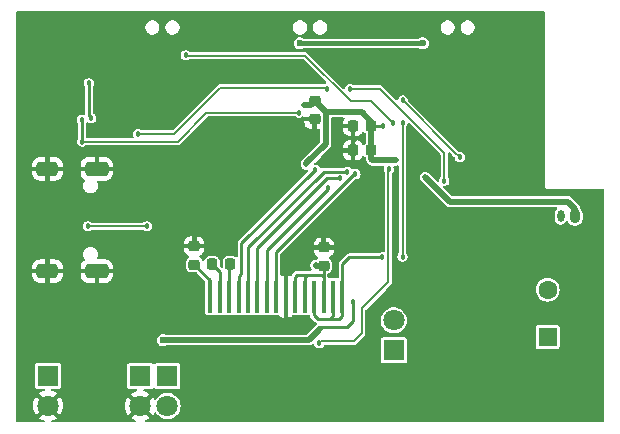
<source format=gbl>
G04 #@! TF.GenerationSoftware,KiCad,Pcbnew,8.0.2*
G04 #@! TF.CreationDate,2024-06-16T15:54:46+08:00*
G04 #@! TF.ProjectId,PerpetualClock,50657270-6574-4756-916c-436c6f636b2e,rev?*
G04 #@! TF.SameCoordinates,Original*
G04 #@! TF.FileFunction,Copper,L2,Bot*
G04 #@! TF.FilePolarity,Positive*
%FSLAX46Y46*%
G04 Gerber Fmt 4.6, Leading zero omitted, Abs format (unit mm)*
G04 Created by KiCad (PCBNEW 8.0.2) date 2024-06-16 15:54:46*
%MOMM*%
%LPD*%
G01*
G04 APERTURE LIST*
G04 Aperture macros list*
%AMRoundRect*
0 Rectangle with rounded corners*
0 $1 Rounding radius*
0 $2 $3 $4 $5 $6 $7 $8 $9 X,Y pos of 4 corners*
0 Add a 4 corners polygon primitive as box body*
4,1,4,$2,$3,$4,$5,$6,$7,$8,$9,$2,$3,0*
0 Add four circle primitives for the rounded corners*
1,1,$1+$1,$2,$3*
1,1,$1+$1,$4,$5*
1,1,$1+$1,$6,$7*
1,1,$1+$1,$8,$9*
0 Add four rect primitives between the rounded corners*
20,1,$1+$1,$2,$3,$4,$5,0*
20,1,$1+$1,$4,$5,$6,$7,0*
20,1,$1+$1,$6,$7,$8,$9,0*
20,1,$1+$1,$8,$9,$2,$3,0*%
G04 Aperture macros list end*
G04 #@! TA.AperFunction,ComponentPad*
%ADD10O,0.900000X1.200000*%
G04 #@! TD*
G04 #@! TA.AperFunction,ComponentPad*
%ADD11O,0.600000X1.000000*%
G04 #@! TD*
G04 #@! TA.AperFunction,SMDPad,CuDef*
%ADD12R,0.400000X2.800000*%
G04 #@! TD*
G04 #@! TA.AperFunction,ComponentPad*
%ADD13R,1.800000X1.800000*%
G04 #@! TD*
G04 #@! TA.AperFunction,ComponentPad*
%ADD14C,1.800000*%
G04 #@! TD*
G04 #@! TA.AperFunction,ComponentPad*
%ADD15R,1.600000X1.600000*%
G04 #@! TD*
G04 #@! TA.AperFunction,ComponentPad*
%ADD16C,1.600000*%
G04 #@! TD*
G04 #@! TA.AperFunction,ComponentPad*
%ADD17RoundRect,0.300000X-0.600000X0.300000X-0.600000X-0.300000X0.600000X-0.300000X0.600000X0.300000X0*%
G04 #@! TD*
G04 #@! TA.AperFunction,ComponentPad*
%ADD18RoundRect,0.300000X-0.700000X0.300000X-0.700000X-0.300000X0.700000X-0.300000X0.700000X0.300000X0*%
G04 #@! TD*
G04 #@! TA.AperFunction,SMDPad,CuDef*
%ADD19RoundRect,0.225000X0.225000X0.250000X-0.225000X0.250000X-0.225000X-0.250000X0.225000X-0.250000X0*%
G04 #@! TD*
G04 #@! TA.AperFunction,SMDPad,CuDef*
%ADD20RoundRect,0.225000X0.250000X-0.225000X0.250000X0.225000X-0.250000X0.225000X-0.250000X-0.225000X0*%
G04 #@! TD*
G04 #@! TA.AperFunction,SMDPad,CuDef*
%ADD21RoundRect,0.225000X-0.250000X0.225000X-0.250000X-0.225000X0.250000X-0.225000X0.250000X0.225000X0*%
G04 #@! TD*
G04 #@! TA.AperFunction,ViaPad*
%ADD22C,0.600000*%
G04 #@! TD*
G04 #@! TA.AperFunction,ViaPad*
%ADD23C,0.457200*%
G04 #@! TD*
G04 #@! TA.AperFunction,Conductor*
%ADD24C,0.200000*%
G04 #@! TD*
G04 #@! TA.AperFunction,Conductor*
%ADD25C,0.508000*%
G04 #@! TD*
G04 #@! TA.AperFunction,Conductor*
%ADD26C,0.381000*%
G04 #@! TD*
G04 #@! TA.AperFunction,Conductor*
%ADD27C,0.254000*%
G04 #@! TD*
G04 APERTURE END LIST*
D10*
X173080000Y-50760000D03*
D11*
X171880000Y-50760000D03*
D12*
X153406500Y-57553500D03*
X152606500Y-57553500D03*
X151806500Y-57553500D03*
X151006500Y-57553500D03*
X150206500Y-57553500D03*
X149406500Y-57553500D03*
X148606500Y-57553500D03*
X147806500Y-57553500D03*
X147006500Y-57553500D03*
X146206500Y-57553500D03*
X145406500Y-57553500D03*
X144606500Y-57553500D03*
X143806500Y-57553500D03*
X143006500Y-57553500D03*
X142206500Y-57553500D03*
D13*
X138587000Y-64280000D03*
D14*
X138587000Y-66820000D03*
X128480000Y-66790000D03*
D13*
X128480000Y-64250000D03*
D15*
X170780000Y-60970000D03*
D16*
X170780000Y-56970000D03*
D13*
X136297000Y-64280000D03*
D14*
X136297000Y-66820000D03*
D17*
X128429530Y-55395960D03*
D18*
X132609520Y-55395960D03*
D17*
X128429530Y-46756000D03*
D18*
X132609520Y-46756000D03*
D13*
X157743000Y-62120000D03*
D14*
X157743000Y-59580000D03*
D19*
X155855000Y-45180000D03*
X154305000Y-45180000D03*
D20*
X151820000Y-54945000D03*
X151820000Y-53395000D03*
D21*
X151040000Y-40995000D03*
X151040000Y-42545000D03*
D19*
X143925000Y-54820000D03*
X142375000Y-54820000D03*
D20*
X140860000Y-54845000D03*
X140860000Y-53295000D03*
D19*
X155855000Y-43130000D03*
X154305000Y-43130000D03*
D22*
X127946000Y-60752000D03*
X126930000Y-60752000D03*
X137344000Y-39416000D03*
X137344000Y-38654000D03*
X130994000Y-40432000D03*
X129724000Y-36368000D03*
X128708000Y-36368000D03*
X133280000Y-39162000D03*
X133280000Y-38146000D03*
X133280000Y-37384000D03*
X155886000Y-46782000D03*
X154362000Y-44242000D03*
X153092000Y-43988000D03*
X153092000Y-43226000D03*
X150044000Y-54402000D03*
X149282000Y-54402000D03*
X150044000Y-53640000D03*
X149282000Y-53640000D03*
X154108000Y-49830000D03*
X154108000Y-50846000D03*
X153346000Y-50846000D03*
X152584000Y-50846000D03*
X153346000Y-49830000D03*
X154108000Y-48814000D03*
X160204000Y-36114000D03*
X149790000Y-36114000D03*
D23*
X151130000Y-54920000D03*
X160410000Y-47440000D03*
X150335000Y-46355000D03*
X157918000Y-46020000D03*
X150150000Y-41320000D03*
X156830000Y-43090000D03*
X155860000Y-45890000D03*
D22*
X138210000Y-61240000D03*
D23*
X154290000Y-57990000D03*
X151460000Y-60340000D03*
X131850000Y-51600000D03*
X136836000Y-51600000D03*
X153830000Y-46980000D03*
X154500000Y-47180000D03*
X152180000Y-48370000D03*
X158520000Y-40950000D03*
X163330000Y-45750000D03*
X158490000Y-54170000D03*
X158490000Y-42850000D03*
X131925000Y-39500000D03*
X132132500Y-42472500D03*
X156740000Y-54240000D03*
X157660000Y-42890000D03*
X140138000Y-37130000D03*
X149740000Y-41980000D03*
X131380000Y-44430000D03*
X131330000Y-42590000D03*
X151100000Y-46830000D03*
X152090000Y-39960000D03*
X136090000Y-43770000D03*
X153180000Y-47550000D03*
X151450000Y-61520000D03*
X157320000Y-46782000D03*
X162020000Y-47750000D03*
X154050000Y-39960000D03*
D24*
X136836000Y-51600000D02*
X131850000Y-51600000D01*
X151620000Y-61350000D02*
X151450000Y-61520000D01*
X154360000Y-61350000D02*
X151620000Y-61350000D01*
X155040000Y-58560000D02*
X155040000Y-60670000D01*
X157300000Y-56300000D02*
X155040000Y-58560000D01*
X157320000Y-46782000D02*
X157300000Y-46802000D01*
X155040000Y-60670000D02*
X154360000Y-61350000D01*
X157300000Y-46802000D02*
X157300000Y-56300000D01*
D25*
X155990000Y-46020000D02*
X155860000Y-45890000D01*
X157918000Y-46020000D02*
X155990000Y-46020000D01*
D26*
X149790000Y-36114000D02*
X160204000Y-36114000D01*
D27*
X151806500Y-54958500D02*
X151820000Y-54945000D01*
D25*
X151805000Y-54960000D02*
X151820000Y-54945000D01*
X172490000Y-49520000D02*
X162490000Y-49520000D01*
X162490000Y-49520000D02*
X160410000Y-47440000D01*
D27*
X149590000Y-55700000D02*
X150430000Y-55700000D01*
D25*
X151975000Y-44645000D02*
X151975000Y-41930000D01*
D27*
X150206500Y-55923500D02*
X150430000Y-55700000D01*
X149406500Y-55883500D02*
X149590000Y-55700000D01*
D25*
X151170000Y-54960000D02*
X151805000Y-54960000D01*
D27*
X151806500Y-55890000D02*
X151806500Y-54958500D01*
D25*
X173080000Y-50110000D02*
X172490000Y-49520000D01*
X155860000Y-45890000D02*
X155860000Y-45195000D01*
D27*
X149406500Y-57553500D02*
X149406500Y-55883500D01*
D25*
X155855000Y-43130000D02*
X155855000Y-45180000D01*
X150335000Y-46285000D02*
X151975000Y-44645000D01*
D27*
X155860000Y-45195000D02*
X155855000Y-45190000D01*
X151806500Y-57553500D02*
X151806500Y-55890000D01*
D25*
X150335000Y-46355000D02*
X150335000Y-46285000D01*
X173080000Y-50760000D02*
X173080000Y-50110000D01*
X151975000Y-41930000D02*
X151040000Y-40995000D01*
D27*
X156790000Y-43130000D02*
X155855000Y-43130000D01*
D25*
X155855000Y-43130000D02*
X155855000Y-42765000D01*
X155855000Y-42765000D02*
X155020000Y-41930000D01*
D27*
X156830000Y-43090000D02*
X156790000Y-43130000D01*
X150430000Y-55700000D02*
X151616500Y-55700000D01*
X151616500Y-55700000D02*
X151806500Y-55890000D01*
D25*
X150715000Y-41320000D02*
X151040000Y-40995000D01*
D27*
X150206500Y-57553500D02*
X150206500Y-55923500D01*
D25*
X151130000Y-54920000D02*
X151170000Y-54960000D01*
X155020000Y-41930000D02*
X151975000Y-41930000D01*
X150150000Y-41320000D02*
X150715000Y-41320000D01*
D27*
X151710000Y-60100000D02*
X153780000Y-60100000D01*
D25*
X151475000Y-60335000D02*
X151470000Y-60340000D01*
X151460000Y-60340000D02*
X151460000Y-60350000D01*
X151460000Y-60350000D02*
X150570000Y-61240000D01*
D27*
X151475000Y-60335000D02*
X151710000Y-60100000D01*
D25*
X151470000Y-60340000D02*
X151460000Y-60340000D01*
D27*
X153780000Y-60100000D02*
X154290000Y-59590000D01*
D25*
X150570000Y-61240000D02*
X138210000Y-61240000D01*
D27*
X154290000Y-59590000D02*
X154290000Y-57990000D01*
X145406500Y-53383500D02*
X145406500Y-57553500D01*
X153830000Y-46980000D02*
X151810000Y-46980000D01*
X151810000Y-46980000D02*
X145406500Y-53383500D01*
X143806500Y-57553500D02*
X143806500Y-54938500D01*
X143806500Y-54938500D02*
X143925000Y-54820000D01*
X143006500Y-55451500D02*
X142375000Y-54820000D01*
X143006500Y-57553500D02*
X143006500Y-55451500D01*
X142206500Y-57553500D02*
X142206500Y-56191500D01*
X142206500Y-56191500D02*
X140860000Y-54845000D01*
X154500000Y-47180000D02*
X154420000Y-47180000D01*
X154420000Y-47180000D02*
X147806500Y-53793500D01*
X147806500Y-53793500D02*
X147806500Y-57553500D01*
X152180000Y-48370000D02*
X152180000Y-48410000D01*
X152180000Y-48410000D02*
X147006500Y-53583500D01*
X147006500Y-53583500D02*
X147006500Y-57553500D01*
D24*
X162860000Y-45290000D02*
X162870000Y-45290000D01*
X162870000Y-45290000D02*
X163330000Y-45750000D01*
X158520000Y-40950000D02*
X162860000Y-45290000D01*
X158490000Y-54170000D02*
X158490000Y-42850000D01*
D27*
X131925000Y-42265000D02*
X132132500Y-42472500D01*
X131925000Y-39500000D02*
X131925000Y-42265000D01*
X153406500Y-57553500D02*
X153406500Y-59163500D01*
X153406500Y-57553500D02*
X153406500Y-54823500D01*
X151300000Y-59440000D02*
X151006500Y-59146500D01*
X153406500Y-54823500D02*
X153990000Y-54240000D01*
X153406500Y-59163500D02*
X153130000Y-59440000D01*
X152606500Y-57553500D02*
X152606500Y-59163500D01*
X152460000Y-59440000D02*
X151300000Y-59440000D01*
X152606500Y-59163500D02*
X152330000Y-59440000D01*
X151006500Y-59146500D02*
X151006500Y-57553500D01*
X153130000Y-59440000D02*
X152460000Y-59440000D01*
X153990000Y-54240000D02*
X156740000Y-54240000D01*
X131330000Y-42590000D02*
X131380000Y-42640000D01*
D24*
X131380000Y-44430000D02*
X139440000Y-44430000D01*
D27*
X131380000Y-42640000D02*
X131380000Y-44430000D01*
D24*
X139440000Y-44430000D02*
X141890000Y-41980000D01*
X141890000Y-41980000D02*
X149740000Y-41980000D01*
D27*
X144606500Y-55853500D02*
X144606500Y-57553500D01*
X151100000Y-46830000D02*
X151070000Y-46830000D01*
X144850000Y-55610000D02*
X144606500Y-55853500D01*
X144850000Y-53050000D02*
X144850000Y-55610000D01*
X151070000Y-46830000D02*
X144850000Y-53050000D01*
D24*
X139140000Y-43770000D02*
X136090000Y-43770000D01*
X152000000Y-39870000D02*
X143040000Y-39870000D01*
X143040000Y-39870000D02*
X139140000Y-43770000D01*
X152090000Y-39960000D02*
X152000000Y-39870000D01*
D27*
X153180000Y-47550000D02*
X152130000Y-47550000D01*
X152130000Y-47550000D02*
X146206500Y-53473500D01*
X146206500Y-53473500D02*
X146206500Y-57553500D01*
D24*
X156570000Y-39960000D02*
X154050000Y-39960000D01*
X162020000Y-45410000D02*
X156570000Y-39960000D01*
X162020000Y-47750000D02*
X162020000Y-45410000D01*
X140138000Y-37130000D02*
X140158000Y-37150000D01*
X150230000Y-37150000D02*
X154110000Y-41030000D01*
X140158000Y-37150000D02*
X150230000Y-37150000D01*
X154110000Y-41030000D02*
X155800000Y-41030000D01*
X155800000Y-41030000D02*
X157660000Y-42890000D01*
G04 #@! TA.AperFunction,Conductor*
G36*
X170517231Y-33440513D02*
G01*
X170553776Y-33490813D01*
X170558700Y-33521900D01*
X170558700Y-48340149D01*
X170574121Y-48377381D01*
X170574122Y-48377382D01*
X170602618Y-48405878D01*
X170639850Y-48421300D01*
X175458100Y-48421300D01*
X175517231Y-48440513D01*
X175553776Y-48490813D01*
X175558700Y-48521900D01*
X175558700Y-68118100D01*
X175539487Y-68177231D01*
X175489187Y-68213776D01*
X175458100Y-68218700D01*
X136782358Y-68218700D01*
X136723227Y-68199487D01*
X136686682Y-68149187D01*
X136686682Y-68087013D01*
X136723227Y-68036713D01*
X136739843Y-68026925D01*
X136939946Y-67933615D01*
X136939951Y-67933612D01*
X137058320Y-67850727D01*
X136565433Y-67357840D01*
X136665408Y-67300119D01*
X136777119Y-67188408D01*
X136834840Y-67088433D01*
X137327727Y-67581320D01*
X137410612Y-67462951D01*
X137410615Y-67462946D01*
X137449878Y-67378747D01*
X137492281Y-67333275D01*
X137553313Y-67321412D01*
X137609662Y-67347688D01*
X137631104Y-67376418D01*
X137644596Y-67403512D01*
X137756215Y-67551320D01*
X137767862Y-67566743D01*
X137919013Y-67704537D01*
X137919017Y-67704540D01*
X137919023Y-67704545D01*
X138092931Y-67812224D01*
X138283664Y-67886114D01*
X138409553Y-67909647D01*
X138484725Y-67923700D01*
X138484727Y-67923700D01*
X138689275Y-67923700D01*
X138752607Y-67911860D01*
X138890336Y-67886114D01*
X139081069Y-67812224D01*
X139254977Y-67704545D01*
X139406138Y-67566743D01*
X139529404Y-67403512D01*
X139620578Y-67220410D01*
X139676555Y-67023673D01*
X139695428Y-66820000D01*
X139676555Y-66616327D01*
X139620578Y-66419590D01*
X139529404Y-66236488D01*
X139406138Y-66073257D01*
X139390145Y-66058677D01*
X139254986Y-65935462D01*
X139254981Y-65935458D01*
X139254977Y-65935455D01*
X139081069Y-65827776D01*
X139081065Y-65827774D01*
X138890337Y-65753886D01*
X138689275Y-65716300D01*
X138689273Y-65716300D01*
X138484727Y-65716300D01*
X138484725Y-65716300D01*
X138283662Y-65753886D01*
X138092934Y-65827774D01*
X138092930Y-65827776D01*
X137985251Y-65894448D01*
X137919023Y-65935455D01*
X137919022Y-65935456D01*
X137919013Y-65935462D01*
X137767862Y-66073256D01*
X137644594Y-66236491D01*
X137644593Y-66236492D01*
X137631106Y-66263579D01*
X137587550Y-66307947D01*
X137526234Y-66318239D01*
X137470578Y-66290526D01*
X137449879Y-66261253D01*
X137410618Y-66177059D01*
X137410613Y-66177051D01*
X137327727Y-66058678D01*
X136834839Y-66551566D01*
X136777119Y-66451592D01*
X136665408Y-66339881D01*
X136565431Y-66282159D01*
X137058320Y-65789271D01*
X136939949Y-65706386D01*
X136939946Y-65706384D01*
X136736799Y-65611655D01*
X136624153Y-65581472D01*
X136572009Y-65547610D01*
X136549728Y-65489565D01*
X136565820Y-65429509D01*
X136614138Y-65390382D01*
X136650190Y-65383700D01*
X137217063Y-65383700D01*
X137217064Y-65383700D01*
X137276480Y-65371881D01*
X137343860Y-65326860D01*
X137358355Y-65305166D01*
X137407180Y-65266675D01*
X137469306Y-65264234D01*
X137521003Y-65298776D01*
X137525639Y-65305158D01*
X137540140Y-65326860D01*
X137607520Y-65371881D01*
X137666936Y-65383700D01*
X137666937Y-65383700D01*
X139507063Y-65383700D01*
X139507064Y-65383700D01*
X139566480Y-65371881D01*
X139633860Y-65326860D01*
X139678881Y-65259480D01*
X139690700Y-65200064D01*
X139690700Y-63359936D01*
X139678881Y-63300520D01*
X139633860Y-63233140D01*
X139566480Y-63188119D01*
X139566479Y-63188118D01*
X139518882Y-63178650D01*
X139507064Y-63176300D01*
X137666936Y-63176300D01*
X137657078Y-63178260D01*
X137607520Y-63188118D01*
X137540139Y-63233141D01*
X137540138Y-63233142D01*
X137525645Y-63254833D01*
X137476818Y-63293324D01*
X137414692Y-63295765D01*
X137362997Y-63261222D01*
X137358355Y-63254833D01*
X137343861Y-63233142D01*
X137343860Y-63233140D01*
X137276480Y-63188119D01*
X137276479Y-63188118D01*
X137228882Y-63178650D01*
X137217064Y-63176300D01*
X135376936Y-63176300D01*
X135367078Y-63178260D01*
X135317520Y-63188118D01*
X135250140Y-63233140D01*
X135205118Y-63300520D01*
X135193300Y-63359936D01*
X135193300Y-65200063D01*
X135205118Y-65259479D01*
X135205119Y-65259480D01*
X135250140Y-65326860D01*
X135317520Y-65371881D01*
X135376936Y-65383700D01*
X135376937Y-65383700D01*
X135943810Y-65383700D01*
X136002941Y-65402913D01*
X136039486Y-65453213D01*
X136039486Y-65515387D01*
X136002941Y-65565687D01*
X135969847Y-65581472D01*
X135857195Y-65611657D01*
X135654059Y-65706381D01*
X135654045Y-65706389D01*
X135535677Y-65789270D01*
X136028566Y-66282159D01*
X135928592Y-66339881D01*
X135816881Y-66451592D01*
X135759159Y-66551566D01*
X135266270Y-66058677D01*
X135183389Y-66177045D01*
X135183381Y-66177059D01*
X135088657Y-66380195D01*
X135030643Y-66596704D01*
X135011107Y-66819998D01*
X135011107Y-66820001D01*
X135030643Y-67043295D01*
X135088655Y-67259799D01*
X135088655Y-67259800D01*
X135183384Y-67462946D01*
X135183386Y-67462949D01*
X135266271Y-67581320D01*
X135759159Y-67088432D01*
X135816881Y-67188408D01*
X135928592Y-67300119D01*
X136028566Y-67357839D01*
X135535677Y-67850728D01*
X135654042Y-67933609D01*
X135654053Y-67933615D01*
X135854157Y-68026925D01*
X135899629Y-68069328D01*
X135911492Y-68130360D01*
X135885216Y-68186709D01*
X135830838Y-68216852D01*
X135811642Y-68218700D01*
X128861553Y-68218700D01*
X128802422Y-68199487D01*
X128765877Y-68149187D01*
X128765877Y-68087013D01*
X128802422Y-68036713D01*
X128835516Y-68020928D01*
X128919799Y-67998344D01*
X128919800Y-67998344D01*
X129122946Y-67903615D01*
X129122951Y-67903612D01*
X129241320Y-67820727D01*
X128748433Y-67327840D01*
X128848408Y-67270119D01*
X128960119Y-67158408D01*
X129017840Y-67058433D01*
X129510727Y-67551320D01*
X129593612Y-67432951D01*
X129593615Y-67432946D01*
X129688344Y-67229800D01*
X129688344Y-67229799D01*
X129746356Y-67013295D01*
X129765893Y-66790001D01*
X129765893Y-66789998D01*
X129746356Y-66566704D01*
X129688342Y-66350195D01*
X129593618Y-66147059D01*
X129593613Y-66147051D01*
X129510727Y-66028678D01*
X129017839Y-66521566D01*
X128960119Y-66421592D01*
X128848408Y-66309881D01*
X128748431Y-66252159D01*
X129241320Y-65759271D01*
X129122949Y-65676386D01*
X129122946Y-65676384D01*
X128919799Y-65581655D01*
X128807153Y-65551472D01*
X128755009Y-65517610D01*
X128732728Y-65459565D01*
X128748820Y-65399509D01*
X128797138Y-65360382D01*
X128833190Y-65353700D01*
X129400063Y-65353700D01*
X129400064Y-65353700D01*
X129459480Y-65341881D01*
X129526860Y-65296860D01*
X129571881Y-65229480D01*
X129583700Y-65170064D01*
X129583700Y-63329936D01*
X129571881Y-63270520D01*
X129526860Y-63203140D01*
X129459480Y-63158119D01*
X129459479Y-63158118D01*
X129411882Y-63148650D01*
X129400064Y-63146300D01*
X127559936Y-63146300D01*
X127550078Y-63148260D01*
X127500520Y-63158118D01*
X127433140Y-63203140D01*
X127388118Y-63270520D01*
X127376300Y-63329936D01*
X127376300Y-65170063D01*
X127388118Y-65229479D01*
X127388119Y-65229480D01*
X127433140Y-65296860D01*
X127500520Y-65341881D01*
X127559936Y-65353700D01*
X127559937Y-65353700D01*
X128126810Y-65353700D01*
X128185941Y-65372913D01*
X128222486Y-65423213D01*
X128222486Y-65485387D01*
X128185941Y-65535687D01*
X128152847Y-65551472D01*
X128040195Y-65581657D01*
X127837059Y-65676381D01*
X127837045Y-65676389D01*
X127718677Y-65759270D01*
X128211566Y-66252159D01*
X128111592Y-66309881D01*
X127999881Y-66421592D01*
X127942159Y-66521566D01*
X127449270Y-66028677D01*
X127366389Y-66147045D01*
X127366381Y-66147059D01*
X127271657Y-66350195D01*
X127213643Y-66566704D01*
X127194107Y-66789998D01*
X127194107Y-66790001D01*
X127213643Y-67013295D01*
X127271655Y-67229799D01*
X127271655Y-67229800D01*
X127366384Y-67432946D01*
X127366386Y-67432949D01*
X127449271Y-67551320D01*
X127942159Y-67058432D01*
X127999881Y-67158408D01*
X128111592Y-67270119D01*
X128211566Y-67327839D01*
X127718677Y-67820728D01*
X127837042Y-67903609D01*
X127837053Y-67903615D01*
X128040200Y-67998344D01*
X128124484Y-68020928D01*
X128176628Y-68054790D01*
X128198909Y-68112835D01*
X128182817Y-68172891D01*
X128134499Y-68212018D01*
X128098447Y-68218700D01*
X125861900Y-68218700D01*
X125802769Y-68199487D01*
X125766224Y-68149187D01*
X125761300Y-68118100D01*
X125761300Y-55040920D01*
X127148530Y-55040920D01*
X127148530Y-55205460D01*
X127927635Y-55205460D01*
X127906789Y-55241566D01*
X127879530Y-55343299D01*
X127879530Y-55448621D01*
X127906789Y-55550354D01*
X127927635Y-55586460D01*
X127148531Y-55586460D01*
X127148531Y-55751010D01*
X127154764Y-55819611D01*
X127154764Y-55819613D01*
X127203964Y-55977504D01*
X127203966Y-55977506D01*
X127289521Y-56119030D01*
X127406459Y-56235968D01*
X127547983Y-56321523D01*
X127547985Y-56321525D01*
X127705869Y-56370723D01*
X127705874Y-56370724D01*
X127774490Y-56376959D01*
X128239030Y-56376959D01*
X128239030Y-55795960D01*
X128620030Y-55795960D01*
X128620030Y-56376959D01*
X129084580Y-56376959D01*
X129153181Y-56370725D01*
X129153183Y-56370725D01*
X129311074Y-56321525D01*
X129311076Y-56321523D01*
X129452600Y-56235968D01*
X129569538Y-56119030D01*
X129655093Y-55977506D01*
X129655095Y-55977504D01*
X129704293Y-55819620D01*
X129704294Y-55819615D01*
X129710530Y-55750999D01*
X129710530Y-55586460D01*
X128931425Y-55586460D01*
X128952271Y-55550354D01*
X128979530Y-55448621D01*
X128979530Y-55343299D01*
X128952271Y-55241566D01*
X128931425Y-55205460D01*
X129710529Y-55205460D01*
X129710529Y-55040920D01*
X131228520Y-55040920D01*
X131228520Y-55205460D01*
X132107625Y-55205460D01*
X132086779Y-55241566D01*
X132059520Y-55343299D01*
X132059520Y-55448621D01*
X132086779Y-55550354D01*
X132107625Y-55586460D01*
X131228521Y-55586460D01*
X131228521Y-55751010D01*
X131234754Y-55819611D01*
X131234754Y-55819613D01*
X131283954Y-55977504D01*
X131283956Y-55977506D01*
X131369511Y-56119030D01*
X131486449Y-56235968D01*
X131627973Y-56321523D01*
X131627975Y-56321525D01*
X131785859Y-56370723D01*
X131785864Y-56370724D01*
X131854480Y-56376959D01*
X132419020Y-56376959D01*
X132419020Y-55795960D01*
X132800020Y-55795960D01*
X132800020Y-56376959D01*
X133364570Y-56376959D01*
X133433171Y-56370725D01*
X133433173Y-56370725D01*
X133591064Y-56321525D01*
X133591066Y-56321523D01*
X133732590Y-56235968D01*
X133849528Y-56119030D01*
X133935083Y-55977506D01*
X133935085Y-55977504D01*
X133984283Y-55819620D01*
X133984284Y-55819615D01*
X133990520Y-55750999D01*
X133990520Y-55586460D01*
X133111415Y-55586460D01*
X133132261Y-55550354D01*
X133159520Y-55448621D01*
X133159520Y-55343299D01*
X133132261Y-55241566D01*
X133111415Y-55205460D01*
X133990519Y-55205460D01*
X133990519Y-55040909D01*
X133984285Y-54972308D01*
X133984285Y-54972306D01*
X133935085Y-54814415D01*
X133935083Y-54814413D01*
X133849528Y-54672889D01*
X133732590Y-54555951D01*
X133591066Y-54470396D01*
X133591064Y-54470394D01*
X133433180Y-54421196D01*
X133433175Y-54421195D01*
X133364560Y-54414960D01*
X132720016Y-54414960D01*
X132660885Y-54395747D01*
X132624340Y-54345447D01*
X132624340Y-54283273D01*
X132632221Y-54267017D01*
X132631499Y-54266631D01*
X132633822Y-54262282D01*
X132633826Y-54262278D01*
X132680978Y-54148443D01*
X132705015Y-54027597D01*
X132705015Y-53904383D01*
X132680978Y-53783537D01*
X132633826Y-53669702D01*
X132565372Y-53567254D01*
X132478246Y-53480128D01*
X132478244Y-53480126D01*
X132418864Y-53440450D01*
X132375798Y-53411674D01*
X132375795Y-53411672D01*
X132375794Y-53411672D01*
X132261964Y-53364522D01*
X132141117Y-53340485D01*
X132017903Y-53340485D01*
X131897055Y-53364522D01*
X131783225Y-53411672D01*
X131680775Y-53480126D01*
X131680774Y-53480128D01*
X131593648Y-53567254D01*
X131593646Y-53567255D01*
X131525192Y-53669705D01*
X131478042Y-53783535D01*
X131454675Y-53901015D01*
X131454005Y-53904383D01*
X131454005Y-54027597D01*
X131458330Y-54049339D01*
X131478042Y-54148444D01*
X131514733Y-54237023D01*
X131525194Y-54262278D01*
X131545752Y-54293045D01*
X131595334Y-54367250D01*
X131612210Y-54427090D01*
X131590691Y-54485421D01*
X131563733Y-54509231D01*
X131486449Y-54555951D01*
X131369511Y-54672889D01*
X131283956Y-54814413D01*
X131283954Y-54814415D01*
X131234756Y-54972299D01*
X131234755Y-54972304D01*
X131228520Y-55040920D01*
X129710529Y-55040920D01*
X129710529Y-55040909D01*
X129704295Y-54972308D01*
X129704295Y-54972306D01*
X129655095Y-54814415D01*
X129655093Y-54814413D01*
X129569538Y-54672889D01*
X129452600Y-54555951D01*
X129311076Y-54470396D01*
X129311074Y-54470394D01*
X129153190Y-54421196D01*
X129153185Y-54421195D01*
X129084570Y-54414960D01*
X128620030Y-54414960D01*
X128620030Y-54995960D01*
X128239030Y-54995960D01*
X128239030Y-54414960D01*
X127774479Y-54414960D01*
X127705878Y-54421194D01*
X127705876Y-54421194D01*
X127547985Y-54470394D01*
X127547983Y-54470396D01*
X127406459Y-54555951D01*
X127289521Y-54672889D01*
X127203966Y-54814413D01*
X127203964Y-54814415D01*
X127154766Y-54972299D01*
X127154765Y-54972304D01*
X127148530Y-55040920D01*
X125761300Y-55040920D01*
X125761300Y-53030279D01*
X140004000Y-53030279D01*
X140004000Y-53104500D01*
X140669500Y-53104500D01*
X141050500Y-53104500D01*
X141715999Y-53104500D01*
X141715999Y-53030288D01*
X141700401Y-52911798D01*
X141639340Y-52764385D01*
X141542203Y-52637796D01*
X141415613Y-52540659D01*
X141415614Y-52540659D01*
X141268198Y-52479597D01*
X141149720Y-52464000D01*
X141050500Y-52464000D01*
X141050500Y-53104500D01*
X140669500Y-53104500D01*
X140669500Y-52464000D01*
X140570288Y-52464000D01*
X140451798Y-52479598D01*
X140304385Y-52540659D01*
X140177796Y-52637796D01*
X140080659Y-52764385D01*
X140019597Y-52911801D01*
X140004000Y-53030279D01*
X125761300Y-53030279D01*
X125761300Y-51599999D01*
X131413255Y-51599999D01*
X131413255Y-51600000D01*
X131430946Y-51723044D01*
X131482586Y-51836121D01*
X131563989Y-51930066D01*
X131563993Y-51930070D01*
X131668570Y-51997277D01*
X131787845Y-52032300D01*
X131787846Y-52032300D01*
X131912154Y-52032300D01*
X131912155Y-52032300D01*
X132031430Y-51997277D01*
X132136007Y-51930070D01*
X132136015Y-51930060D01*
X132138082Y-51928271D01*
X132140197Y-51927377D01*
X132142060Y-51926180D01*
X132142267Y-51926502D01*
X132195353Y-51904069D01*
X132203961Y-51903700D01*
X136482039Y-51903700D01*
X136541170Y-51922913D01*
X136547918Y-51928271D01*
X136549987Y-51930064D01*
X136549993Y-51930070D01*
X136654570Y-51997277D01*
X136773845Y-52032300D01*
X136773846Y-52032300D01*
X136898154Y-52032300D01*
X136898155Y-52032300D01*
X137017430Y-51997277D01*
X137122007Y-51930070D01*
X137203413Y-51836122D01*
X137255054Y-51723045D01*
X137272745Y-51600000D01*
X137255054Y-51476955D01*
X137203413Y-51363878D01*
X137122007Y-51269930D01*
X137122006Y-51269929D01*
X137017430Y-51202723D01*
X137017429Y-51202722D01*
X136933177Y-51177983D01*
X136898155Y-51167700D01*
X136773845Y-51167700D01*
X136746772Y-51175649D01*
X136654570Y-51202722D01*
X136654569Y-51202723D01*
X136549997Y-51269927D01*
X136549995Y-51269928D01*
X136549993Y-51269930D01*
X136549991Y-51269931D01*
X136547918Y-51271729D01*
X136545802Y-51272622D01*
X136543940Y-51273820D01*
X136543732Y-51273497D01*
X136490647Y-51295931D01*
X136482039Y-51296300D01*
X132203961Y-51296300D01*
X132144830Y-51277087D01*
X132138082Y-51271729D01*
X132136011Y-51269935D01*
X132136007Y-51269930D01*
X132031430Y-51202723D01*
X132031429Y-51202722D01*
X131947177Y-51177983D01*
X131912155Y-51167700D01*
X131787845Y-51167700D01*
X131760772Y-51175649D01*
X131668570Y-51202722D01*
X131668569Y-51202723D01*
X131563993Y-51269929D01*
X131563989Y-51269933D01*
X131482586Y-51363878D01*
X131430946Y-51476955D01*
X131413255Y-51599999D01*
X125761300Y-51599999D01*
X125761300Y-46400960D01*
X127148530Y-46400960D01*
X127148530Y-46565500D01*
X127927635Y-46565500D01*
X127906789Y-46601606D01*
X127879530Y-46703339D01*
X127879530Y-46808661D01*
X127906789Y-46910394D01*
X127927635Y-46946500D01*
X127148531Y-46946500D01*
X127148531Y-47111050D01*
X127154764Y-47179651D01*
X127154764Y-47179653D01*
X127203964Y-47337544D01*
X127203966Y-47337546D01*
X127289521Y-47479070D01*
X127406459Y-47596008D01*
X127547983Y-47681563D01*
X127547985Y-47681565D01*
X127705869Y-47730763D01*
X127705874Y-47730764D01*
X127774490Y-47736999D01*
X128239030Y-47736999D01*
X128239030Y-47156000D01*
X128620030Y-47156000D01*
X128620030Y-47736999D01*
X129084580Y-47736999D01*
X129153181Y-47730765D01*
X129153183Y-47730765D01*
X129311074Y-47681565D01*
X129311076Y-47681563D01*
X129452600Y-47596008D01*
X129569538Y-47479070D01*
X129655093Y-47337546D01*
X129655095Y-47337544D01*
X129704293Y-47179660D01*
X129704294Y-47179655D01*
X129710530Y-47111039D01*
X129710530Y-46946500D01*
X128931425Y-46946500D01*
X128952271Y-46910394D01*
X128979530Y-46808661D01*
X128979530Y-46703339D01*
X128952271Y-46601606D01*
X128931425Y-46565500D01*
X129710529Y-46565500D01*
X129710529Y-46400960D01*
X131228520Y-46400960D01*
X131228520Y-46565500D01*
X132107625Y-46565500D01*
X132086779Y-46601606D01*
X132059520Y-46703339D01*
X132059520Y-46808661D01*
X132086779Y-46910394D01*
X132107625Y-46946500D01*
X131228521Y-46946500D01*
X131228521Y-47111050D01*
X131234754Y-47179651D01*
X131234754Y-47179653D01*
X131283954Y-47337544D01*
X131283956Y-47337546D01*
X131369511Y-47479070D01*
X131486448Y-47596007D01*
X131563732Y-47642727D01*
X131604396Y-47689760D01*
X131609648Y-47751712D01*
X131595334Y-47784709D01*
X131525192Y-47889685D01*
X131478042Y-48003515D01*
X131454005Y-48124363D01*
X131454005Y-48247576D01*
X131478042Y-48368424D01*
X131525192Y-48482254D01*
X131525194Y-48482258D01*
X131532402Y-48493045D01*
X131593646Y-48584704D01*
X131593648Y-48584706D01*
X131680774Y-48671832D01*
X131783222Y-48740286D01*
X131897057Y-48787438D01*
X132017903Y-48811475D01*
X132141117Y-48811475D01*
X132261963Y-48787438D01*
X132375798Y-48740286D01*
X132478246Y-48671832D01*
X132565372Y-48584706D01*
X132633826Y-48482258D01*
X132680978Y-48368423D01*
X132705015Y-48247577D01*
X132705015Y-48124363D01*
X132680978Y-48003517D01*
X132633826Y-47889682D01*
X132633825Y-47889681D01*
X132631499Y-47885329D01*
X132633740Y-47884130D01*
X132619491Y-47833698D01*
X132640982Y-47775356D01*
X132692662Y-47740789D01*
X132720015Y-47736999D01*
X133364570Y-47736999D01*
X133433171Y-47730765D01*
X133433173Y-47730765D01*
X133591064Y-47681565D01*
X133591066Y-47681563D01*
X133732590Y-47596008D01*
X133849528Y-47479070D01*
X133935083Y-47337546D01*
X133935085Y-47337544D01*
X133984283Y-47179660D01*
X133984284Y-47179655D01*
X133990520Y-47111039D01*
X133990520Y-46946500D01*
X133111415Y-46946500D01*
X133132261Y-46910394D01*
X133159520Y-46808661D01*
X133159520Y-46703339D01*
X133132261Y-46601606D01*
X133111415Y-46565500D01*
X133990519Y-46565500D01*
X133990519Y-46400949D01*
X133984285Y-46332348D01*
X133984285Y-46332346D01*
X133935085Y-46174455D01*
X133935083Y-46174453D01*
X133849528Y-46032929D01*
X133732590Y-45915991D01*
X133591066Y-45830436D01*
X133591064Y-45830434D01*
X133433180Y-45781236D01*
X133433175Y-45781235D01*
X133364560Y-45775000D01*
X132800020Y-45775000D01*
X132800020Y-46356000D01*
X132419020Y-46356000D01*
X132419020Y-45775000D01*
X131854469Y-45775000D01*
X131785868Y-45781234D01*
X131785866Y-45781234D01*
X131627975Y-45830434D01*
X131627973Y-45830436D01*
X131486449Y-45915991D01*
X131369511Y-46032929D01*
X131283956Y-46174453D01*
X131283954Y-46174455D01*
X131234756Y-46332339D01*
X131234755Y-46332344D01*
X131228520Y-46400960D01*
X129710529Y-46400960D01*
X129710529Y-46400949D01*
X129704295Y-46332348D01*
X129704295Y-46332346D01*
X129655095Y-46174455D01*
X129655093Y-46174453D01*
X129569538Y-46032929D01*
X129452600Y-45915991D01*
X129311076Y-45830436D01*
X129311074Y-45830434D01*
X129153190Y-45781236D01*
X129153185Y-45781235D01*
X129084570Y-45775000D01*
X128620030Y-45775000D01*
X128620030Y-46356000D01*
X128239030Y-46356000D01*
X128239030Y-45775000D01*
X127774479Y-45775000D01*
X127705878Y-45781234D01*
X127705876Y-45781234D01*
X127547985Y-45830434D01*
X127547983Y-45830436D01*
X127406459Y-45915991D01*
X127289521Y-46032929D01*
X127203966Y-46174453D01*
X127203964Y-46174455D01*
X127154766Y-46332339D01*
X127154765Y-46332344D01*
X127148530Y-46400960D01*
X125761300Y-46400960D01*
X125761300Y-42590000D01*
X130893255Y-42590000D01*
X130910946Y-42713045D01*
X130919567Y-42731922D01*
X130962586Y-42826121D01*
X130962587Y-42826122D01*
X131024728Y-42897837D01*
X131048931Y-42955106D01*
X131049300Y-42963715D01*
X131049300Y-44113986D01*
X131030087Y-44173117D01*
X131024729Y-44179864D01*
X131012587Y-44193875D01*
X130960946Y-44306955D01*
X130947474Y-44400659D01*
X130943255Y-44430000D01*
X130960946Y-44553045D01*
X130984529Y-44604685D01*
X131012586Y-44666121D01*
X131093989Y-44760066D01*
X131093993Y-44760070D01*
X131198570Y-44827277D01*
X131317845Y-44862300D01*
X131317846Y-44862300D01*
X131442154Y-44862300D01*
X131442155Y-44862300D01*
X131561430Y-44827277D01*
X131666007Y-44760070D01*
X131666015Y-44760060D01*
X131668082Y-44758271D01*
X131670197Y-44757377D01*
X131672060Y-44756180D01*
X131672267Y-44756502D01*
X131725353Y-44734069D01*
X131733961Y-44733700D01*
X139479982Y-44733700D01*
X139479983Y-44733700D01*
X139508775Y-44725985D01*
X139557219Y-44713006D01*
X139557221Y-44713004D01*
X139557224Y-44713004D01*
X139626476Y-44673021D01*
X141489784Y-42809711D01*
X150184001Y-42809711D01*
X150199598Y-42928201D01*
X150260659Y-43075614D01*
X150357796Y-43202203D01*
X150484386Y-43299340D01*
X150484385Y-43299340D01*
X150631801Y-43360402D01*
X150750279Y-43375999D01*
X150849500Y-43375999D01*
X150849500Y-42735500D01*
X150184001Y-42735500D01*
X150184001Y-42809711D01*
X141489784Y-42809711D01*
X141986331Y-42313164D01*
X142041729Y-42284939D01*
X142057466Y-42283700D01*
X149386039Y-42283700D01*
X149445170Y-42302913D01*
X149451918Y-42308271D01*
X149453987Y-42310064D01*
X149453993Y-42310070D01*
X149558570Y-42377277D01*
X149677845Y-42412300D01*
X149677846Y-42412300D01*
X149802154Y-42412300D01*
X149802155Y-42412300D01*
X149921430Y-42377277D01*
X150026007Y-42310070D01*
X150026009Y-42310066D01*
X150029011Y-42308138D01*
X150089143Y-42292332D01*
X150147081Y-42314889D01*
X150153966Y-42325603D01*
X150154535Y-42325035D01*
X150184000Y-42354500D01*
X151129900Y-42354500D01*
X151189031Y-42373713D01*
X151225576Y-42424013D01*
X151230500Y-42455100D01*
X151230500Y-43375999D01*
X151329719Y-43375999D01*
X151403570Y-43366277D01*
X151464703Y-43377607D01*
X151507500Y-43422707D01*
X151517300Y-43466016D01*
X151517300Y-44413744D01*
X151498087Y-44472875D01*
X151487835Y-44484879D01*
X149968749Y-46003965D01*
X149968748Y-46003967D01*
X149908492Y-46108333D01*
X149908489Y-46108340D01*
X149884824Y-46196663D01*
X149877301Y-46224738D01*
X149877300Y-46224747D01*
X149877300Y-46415259D01*
X149908493Y-46531668D01*
X149937970Y-46582723D01*
X149968749Y-46636034D01*
X150053966Y-46721251D01*
X150053968Y-46721252D01*
X150158331Y-46781506D01*
X150158335Y-46781508D01*
X150274743Y-46812700D01*
X150376749Y-46812700D01*
X150435880Y-46831913D01*
X150472425Y-46882213D01*
X150472425Y-46944387D01*
X150447884Y-46984435D01*
X144585374Y-52846944D01*
X144541834Y-52922356D01*
X144541833Y-52922358D01*
X144519301Y-53006455D01*
X144519300Y-53006463D01*
X144519300Y-54110465D01*
X144500087Y-54169596D01*
X144449787Y-54206141D01*
X144387613Y-54206141D01*
X144358964Y-54191409D01*
X144352582Y-54186699D01*
X144303703Y-54169596D01*
X144230600Y-54144016D01*
X144201636Y-54141300D01*
X143648364Y-54141300D01*
X143619400Y-54144016D01*
X143606746Y-54148444D01*
X143497418Y-54186699D01*
X143393440Y-54263439D01*
X143393439Y-54263440D01*
X143316699Y-54367418D01*
X143300595Y-54413441D01*
X143274016Y-54489400D01*
X143271344Y-54517905D01*
X143271300Y-54518369D01*
X143271300Y-55005750D01*
X143252087Y-55064881D01*
X143201787Y-55101426D01*
X143139613Y-55101426D01*
X143099565Y-55076885D01*
X143058165Y-55035485D01*
X143029939Y-54980087D01*
X143028700Y-54964350D01*
X143028700Y-54518369D01*
X143028700Y-54518364D01*
X143025984Y-54489400D01*
X142983301Y-54367419D01*
X142906560Y-54263440D01*
X142888035Y-54249768D01*
X142802581Y-54186699D01*
X142680600Y-54144016D01*
X142651636Y-54141300D01*
X142098364Y-54141300D01*
X142069400Y-54144016D01*
X142056746Y-54148444D01*
X141947418Y-54186699D01*
X141843440Y-54263439D01*
X141843439Y-54263440D01*
X141766699Y-54367418D01*
X141724015Y-54489403D01*
X141724015Y-54489405D01*
X141723577Y-54494076D01*
X141698926Y-54551154D01*
X141645433Y-54582841D01*
X141583530Y-54577035D01*
X141536863Y-54535952D01*
X141528464Y-54517909D01*
X141493301Y-54417419D01*
X141416560Y-54313440D01*
X141416559Y-54313439D01*
X141330289Y-54249768D01*
X141294122Y-54199196D01*
X141294587Y-54137023D01*
X141331508Y-54086998D01*
X141351531Y-54075883D01*
X141415616Y-54049339D01*
X141542203Y-53952203D01*
X141639340Y-53825614D01*
X141700402Y-53678198D01*
X141716000Y-53559720D01*
X141716000Y-53485500D01*
X140004001Y-53485500D01*
X140004001Y-53559711D01*
X140019598Y-53678201D01*
X140080659Y-53825614D01*
X140177796Y-53952203D01*
X140304384Y-54049339D01*
X140368468Y-54075883D01*
X140415746Y-54116262D01*
X140430261Y-54176718D01*
X140406469Y-54234160D01*
X140389710Y-54249768D01*
X140303441Y-54313438D01*
X140303439Y-54313440D01*
X140226699Y-54417418D01*
X140208089Y-54470604D01*
X140184016Y-54539400D01*
X140181300Y-54568364D01*
X140181300Y-55121636D01*
X140184016Y-55150600D01*
X140219007Y-55250598D01*
X140226699Y-55272581D01*
X140298082Y-55369301D01*
X140303440Y-55376560D01*
X140407419Y-55453301D01*
X140529400Y-55495984D01*
X140558364Y-55498700D01*
X141004350Y-55498700D01*
X141063481Y-55517913D01*
X141075485Y-55528165D01*
X141773335Y-56226015D01*
X141801561Y-56281413D01*
X141802800Y-56297150D01*
X141802800Y-58973563D01*
X141814618Y-59032979D01*
X141814619Y-59032980D01*
X141859640Y-59100360D01*
X141927020Y-59145381D01*
X141986436Y-59157200D01*
X141986437Y-59157200D01*
X142426563Y-59157200D01*
X142426564Y-59157200D01*
X142485980Y-59145381D01*
X142550611Y-59102196D01*
X142610448Y-59085320D01*
X142662387Y-59102195D01*
X142699412Y-59126934D01*
X142727018Y-59145380D01*
X142727020Y-59145381D01*
X142786436Y-59157200D01*
X142786437Y-59157200D01*
X143226563Y-59157200D01*
X143226564Y-59157200D01*
X143285980Y-59145381D01*
X143350611Y-59102196D01*
X143410448Y-59085320D01*
X143462387Y-59102195D01*
X143499412Y-59126934D01*
X143527018Y-59145380D01*
X143527020Y-59145381D01*
X143586436Y-59157200D01*
X143586437Y-59157200D01*
X144026563Y-59157200D01*
X144026564Y-59157200D01*
X144085980Y-59145381D01*
X144150611Y-59102196D01*
X144210448Y-59085320D01*
X144262387Y-59102195D01*
X144299412Y-59126934D01*
X144327018Y-59145380D01*
X144327020Y-59145381D01*
X144386436Y-59157200D01*
X144386437Y-59157200D01*
X144826563Y-59157200D01*
X144826564Y-59157200D01*
X144885980Y-59145381D01*
X144950611Y-59102196D01*
X145010448Y-59085320D01*
X145062387Y-59102195D01*
X145099412Y-59126934D01*
X145127018Y-59145380D01*
X145127020Y-59145381D01*
X145186436Y-59157200D01*
X145186437Y-59157200D01*
X145626563Y-59157200D01*
X145626564Y-59157200D01*
X145685980Y-59145381D01*
X145750611Y-59102196D01*
X145810448Y-59085320D01*
X145862387Y-59102195D01*
X145899412Y-59126934D01*
X145927018Y-59145380D01*
X145927020Y-59145381D01*
X145986436Y-59157200D01*
X145986437Y-59157200D01*
X146426563Y-59157200D01*
X146426564Y-59157200D01*
X146485980Y-59145381D01*
X146550611Y-59102196D01*
X146610448Y-59085320D01*
X146662387Y-59102195D01*
X146699412Y-59126934D01*
X146727018Y-59145380D01*
X146727020Y-59145381D01*
X146786436Y-59157200D01*
X146786437Y-59157200D01*
X147226563Y-59157200D01*
X147226564Y-59157200D01*
X147285980Y-59145381D01*
X147350611Y-59102196D01*
X147410448Y-59085320D01*
X147462387Y-59102195D01*
X147499412Y-59126934D01*
X147527018Y-59145380D01*
X147527020Y-59145381D01*
X147586436Y-59157200D01*
X147586437Y-59157200D01*
X148029716Y-59157200D01*
X148088847Y-59176413D01*
X148100851Y-59186665D01*
X148182049Y-59267864D01*
X148296284Y-59323710D01*
X148296282Y-59323710D01*
X148370341Y-59334500D01*
X148416000Y-59334500D01*
X148416000Y-55772500D01*
X148370341Y-55772500D01*
X148296282Y-55783289D01*
X148281981Y-55790281D01*
X148220419Y-55798989D01*
X148165497Y-55769849D01*
X148138192Y-55713992D01*
X148137200Y-55699902D01*
X148137200Y-53972150D01*
X148156413Y-53913019D01*
X148166665Y-53901015D01*
X148937401Y-53130279D01*
X150964000Y-53130279D01*
X150964000Y-53204500D01*
X151629500Y-53204500D01*
X152010500Y-53204500D01*
X152675999Y-53204500D01*
X152675999Y-53130288D01*
X152660401Y-53011798D01*
X152599340Y-52864385D01*
X152502203Y-52737796D01*
X152375613Y-52640659D01*
X152375614Y-52640659D01*
X152228198Y-52579597D01*
X152109720Y-52564000D01*
X152010500Y-52564000D01*
X152010500Y-53204500D01*
X151629500Y-53204500D01*
X151629500Y-52564000D01*
X151530288Y-52564000D01*
X151411798Y-52579598D01*
X151264385Y-52640659D01*
X151137796Y-52737796D01*
X151040659Y-52864385D01*
X150979597Y-53011801D01*
X150964000Y-53130279D01*
X148937401Y-53130279D01*
X154425915Y-47641765D01*
X154481313Y-47613539D01*
X154497050Y-47612300D01*
X154562154Y-47612300D01*
X154562155Y-47612300D01*
X154681430Y-47577277D01*
X154786007Y-47510070D01*
X154867413Y-47416122D01*
X154919054Y-47303045D01*
X154936745Y-47180000D01*
X154936695Y-47179655D01*
X154926978Y-47112070D01*
X154919054Y-47056955D01*
X154867413Y-46943878D01*
X154833763Y-46905044D01*
X154786010Y-46849933D01*
X154786006Y-46849929D01*
X154681430Y-46782723D01*
X154681429Y-46782722D01*
X154593735Y-46756973D01*
X154562155Y-46747700D01*
X154437845Y-46747700D01*
X154318570Y-46782723D01*
X154311667Y-46784750D01*
X154310838Y-46781928D01*
X154261708Y-46787556D01*
X154207576Y-46756973D01*
X154198019Y-46744578D01*
X154197413Y-46743879D01*
X154197413Y-46743878D01*
X154116007Y-46649930D01*
X154116006Y-46649929D01*
X154011430Y-46582723D01*
X154011429Y-46582722D01*
X153927177Y-46557983D01*
X153892155Y-46547700D01*
X153767845Y-46547700D01*
X153740772Y-46555649D01*
X153648570Y-46582722D01*
X153648569Y-46582723D01*
X153569823Y-46633330D01*
X153515435Y-46649300D01*
X151859715Y-46649300D01*
X151859699Y-46649299D01*
X151853538Y-46649299D01*
X151766463Y-46649299D01*
X151766462Y-46649299D01*
X151766456Y-46649300D01*
X151682359Y-46671832D01*
X151682355Y-46671834D01*
X151636271Y-46698441D01*
X151575455Y-46711367D01*
X151518657Y-46686078D01*
X151494463Y-46653109D01*
X151492723Y-46649300D01*
X151467413Y-46593878D01*
X151457746Y-46582722D01*
X151386010Y-46499933D01*
X151386006Y-46499929D01*
X151281430Y-46432723D01*
X151281429Y-46432722D01*
X151173257Y-46400960D01*
X151162155Y-46397700D01*
X151112455Y-46397700D01*
X151053324Y-46378487D01*
X151016779Y-46328187D01*
X151016779Y-46266013D01*
X151041320Y-46225965D01*
X151549428Y-45717857D01*
X151797574Y-45469711D01*
X153474001Y-45469711D01*
X153489598Y-45588201D01*
X153550659Y-45735614D01*
X153647796Y-45862203D01*
X153774386Y-45959340D01*
X153774385Y-45959340D01*
X153921802Y-46020402D01*
X154040279Y-46035999D01*
X154114499Y-46035998D01*
X154114500Y-46035998D01*
X154114500Y-45370500D01*
X153474001Y-45370500D01*
X153474001Y-45469711D01*
X151797574Y-45469711D01*
X152341251Y-44926035D01*
X152361895Y-44890279D01*
X153474000Y-44890279D01*
X153474000Y-44989500D01*
X154114500Y-44989500D01*
X154114500Y-44324000D01*
X154114499Y-44323999D01*
X154040288Y-44324000D01*
X153921798Y-44339598D01*
X153774385Y-44400659D01*
X153647796Y-44497796D01*
X153550659Y-44624385D01*
X153489597Y-44771801D01*
X153474000Y-44890279D01*
X152361895Y-44890279D01*
X152401508Y-44821666D01*
X152417844Y-44760700D01*
X152432700Y-44705257D01*
X152432700Y-43419711D01*
X153474001Y-43419711D01*
X153489598Y-43538201D01*
X153550659Y-43685614D01*
X153647796Y-43812203D01*
X153774386Y-43909340D01*
X153774385Y-43909340D01*
X153921802Y-43970402D01*
X154040279Y-43985999D01*
X154114499Y-43985998D01*
X154114500Y-43985998D01*
X154114500Y-43320500D01*
X153474001Y-43320500D01*
X153474001Y-43419711D01*
X152432700Y-43419711D01*
X152432700Y-42488300D01*
X152451913Y-42429169D01*
X152502213Y-42392624D01*
X152533300Y-42387700D01*
X153489912Y-42387700D01*
X153549043Y-42406913D01*
X153585588Y-42457213D01*
X153585588Y-42519387D01*
X153569723Y-42549542D01*
X153550659Y-42574385D01*
X153489597Y-42721801D01*
X153474000Y-42840279D01*
X153474000Y-42939500D01*
X154394900Y-42939500D01*
X154454031Y-42958713D01*
X154490576Y-43009013D01*
X154495500Y-43040100D01*
X154495500Y-43985999D01*
X154569712Y-43985999D01*
X154688201Y-43970401D01*
X154835614Y-43909340D01*
X154962203Y-43812203D01*
X155059339Y-43685616D01*
X155085883Y-43621531D01*
X155126261Y-43574253D01*
X155186717Y-43559738D01*
X155244159Y-43583530D01*
X155259768Y-43600289D01*
X155323440Y-43686560D01*
X155356438Y-43710914D01*
X155392606Y-43761485D01*
X155397300Y-43791856D01*
X155397300Y-44518143D01*
X155378087Y-44577274D01*
X155356440Y-44599084D01*
X155323440Y-44623439D01*
X155323437Y-44623442D01*
X155259768Y-44709710D01*
X155209195Y-44745877D01*
X155147023Y-44745412D01*
X155096998Y-44708491D01*
X155085883Y-44688468D01*
X155059339Y-44624384D01*
X154962203Y-44497796D01*
X154835613Y-44400659D01*
X154835614Y-44400659D01*
X154688198Y-44339597D01*
X154569720Y-44324000D01*
X154495500Y-44324000D01*
X154495500Y-46035999D01*
X154569712Y-46035999D01*
X154688201Y-46020401D01*
X154835614Y-45959340D01*
X154962203Y-45862203D01*
X155059339Y-45735616D01*
X155085883Y-45671531D01*
X155126261Y-45624253D01*
X155186717Y-45609738D01*
X155244159Y-45633530D01*
X155259768Y-45650289D01*
X155323439Y-45736559D01*
X155323442Y-45736562D01*
X155341649Y-45749999D01*
X155361437Y-45764603D01*
X155397606Y-45815174D01*
X155402300Y-45845546D01*
X155402300Y-45950260D01*
X155433493Y-46066669D01*
X155457552Y-46108340D01*
X155493749Y-46171035D01*
X155708966Y-46386251D01*
X155813334Y-46446508D01*
X155813335Y-46446508D01*
X155813337Y-46446509D01*
X155929738Y-46477699D01*
X155929740Y-46477699D01*
X155929743Y-46477700D01*
X156827186Y-46477700D01*
X156886317Y-46496913D01*
X156922862Y-46547213D01*
X156922862Y-46609387D01*
X156918695Y-46620091D01*
X156900946Y-46658955D01*
X156883255Y-46781999D01*
X156883255Y-46782000D01*
X156900946Y-46905044D01*
X156952587Y-47018123D01*
X156971727Y-47040211D01*
X156995931Y-47097481D01*
X156996300Y-47106091D01*
X156996300Y-53730320D01*
X156977087Y-53789451D01*
X156926787Y-53825996D01*
X156867358Y-53826845D01*
X156802155Y-53807700D01*
X156677845Y-53807700D01*
X156650772Y-53815649D01*
X156558570Y-53842722D01*
X156558569Y-53842723D01*
X156479823Y-53893330D01*
X156425435Y-53909300D01*
X154039715Y-53909300D01*
X154039699Y-53909299D01*
X154033538Y-53909299D01*
X153946463Y-53909299D01*
X153946458Y-53909299D01*
X153884891Y-53925796D01*
X153884891Y-53925797D01*
X153862354Y-53931836D01*
X153862353Y-53931836D01*
X153862351Y-53931837D01*
X153818817Y-53956972D01*
X153786947Y-53975371D01*
X153786946Y-53975373D01*
X153141874Y-54620444D01*
X153098334Y-54695856D01*
X153098333Y-54695858D01*
X153075801Y-54779955D01*
X153075800Y-54779963D01*
X153075800Y-55900242D01*
X153056587Y-55959373D01*
X153006287Y-55995918D01*
X152944113Y-55995918D01*
X152919311Y-55983889D01*
X152885980Y-55961619D01*
X152874689Y-55959373D01*
X152826564Y-55949800D01*
X152386436Y-55949800D01*
X152375693Y-55951937D01*
X152327018Y-55961619D01*
X152293691Y-55983888D01*
X152233851Y-56000764D01*
X152175520Y-55979245D01*
X152140978Y-55927549D01*
X152137201Y-55900242D01*
X152137201Y-55840303D01*
X152137200Y-55840285D01*
X152137200Y-55672052D01*
X152156413Y-55612921D01*
X152204574Y-55577097D01*
X152272581Y-55553301D01*
X152376560Y-55476560D01*
X152453301Y-55372581D01*
X152495984Y-55250600D01*
X152498700Y-55221636D01*
X152498700Y-54668364D01*
X152495984Y-54639400D01*
X152453301Y-54517419D01*
X152376560Y-54413440D01*
X152376559Y-54413439D01*
X152290289Y-54349768D01*
X152254122Y-54299196D01*
X152254587Y-54237023D01*
X152291508Y-54186998D01*
X152311531Y-54175883D01*
X152375616Y-54149339D01*
X152502203Y-54052203D01*
X152599340Y-53925614D01*
X152660402Y-53778198D01*
X152676000Y-53659720D01*
X152676000Y-53585500D01*
X150964001Y-53585500D01*
X150964001Y-53659711D01*
X150979598Y-53778201D01*
X151040659Y-53925614D01*
X151137796Y-54052203D01*
X151264384Y-54149339D01*
X151328468Y-54175883D01*
X151375746Y-54216262D01*
X151390261Y-54276718D01*
X151366469Y-54334160D01*
X151349710Y-54349768D01*
X151263441Y-54413438D01*
X151263438Y-54413441D01*
X151257535Y-54421440D01*
X151206962Y-54457607D01*
X151176594Y-54462300D01*
X151069739Y-54462300D01*
X150953330Y-54493493D01*
X150848967Y-54553747D01*
X150848966Y-54553748D01*
X150848965Y-54553749D01*
X150763749Y-54638965D01*
X150763748Y-54638966D01*
X150763747Y-54638967D01*
X150703493Y-54743330D01*
X150672300Y-54859739D01*
X150672300Y-54980260D01*
X150703493Y-55096669D01*
X150763750Y-55201036D01*
X150767765Y-55206269D01*
X150765571Y-55207952D01*
X150788505Y-55252963D01*
X150778779Y-55314371D01*
X150734815Y-55358335D01*
X150689144Y-55369300D01*
X150479714Y-55369300D01*
X150479698Y-55369299D01*
X150473537Y-55369299D01*
X150386463Y-55369299D01*
X150380302Y-55369299D01*
X150380286Y-55369300D01*
X149546462Y-55369300D01*
X149546461Y-55369300D01*
X149546455Y-55369301D01*
X149462358Y-55391833D01*
X149462356Y-55391834D01*
X149386944Y-55435374D01*
X149141874Y-55680444D01*
X149095039Y-55761565D01*
X149093325Y-55760575D01*
X149058856Y-55800908D01*
X148998395Y-55815403D01*
X148962137Y-55805494D01*
X148916716Y-55783289D01*
X148916717Y-55783289D01*
X148842659Y-55772500D01*
X148797000Y-55772500D01*
X148797000Y-59334500D01*
X148842659Y-59334500D01*
X148916716Y-59323710D01*
X149030950Y-59267864D01*
X149112150Y-59186665D01*
X149167548Y-59158439D01*
X149183285Y-59157200D01*
X149626563Y-59157200D01*
X149626564Y-59157200D01*
X149685980Y-59145381D01*
X149750611Y-59102196D01*
X149810448Y-59085320D01*
X149862387Y-59102195D01*
X149899412Y-59126934D01*
X149927018Y-59145380D01*
X149927020Y-59145381D01*
X149986436Y-59157200D01*
X149986437Y-59157200D01*
X150426563Y-59157200D01*
X150426564Y-59157200D01*
X150485980Y-59145381D01*
X150520534Y-59122292D01*
X150580374Y-59105416D01*
X150638705Y-59126934D01*
X150673248Y-59178630D01*
X150674919Y-59186753D01*
X150698333Y-59274141D01*
X150698334Y-59274143D01*
X150741874Y-59349555D01*
X150809176Y-59416857D01*
X150809182Y-59416862D01*
X151031856Y-59639536D01*
X151031861Y-59639542D01*
X151096946Y-59704627D01*
X151119496Y-59717646D01*
X151172354Y-59748164D01*
X151194886Y-59754200D01*
X151194890Y-59754203D01*
X151194891Y-59754202D01*
X151208400Y-59757822D01*
X151209147Y-59758022D01*
X151261290Y-59791885D01*
X151283571Y-59849930D01*
X151267479Y-59909985D01*
X151233410Y-59942316D01*
X151178966Y-59973749D01*
X151093749Y-60058965D01*
X151086709Y-60071158D01*
X151070725Y-60091987D01*
X150409879Y-60752835D01*
X150354481Y-60781061D01*
X150338744Y-60782300D01*
X138453550Y-60782300D01*
X138425208Y-60778225D01*
X138282421Y-60736300D01*
X138137579Y-60736300D01*
X138137578Y-60736300D01*
X137998605Y-60777105D01*
X137998603Y-60777106D01*
X137876758Y-60855411D01*
X137876754Y-60855414D01*
X137781901Y-60964881D01*
X137721733Y-61096632D01*
X137701120Y-61239999D01*
X137701120Y-61240000D01*
X137721733Y-61383367D01*
X137781901Y-61515118D01*
X137781902Y-61515119D01*
X137781903Y-61515121D01*
X137876754Y-61624586D01*
X137998604Y-61702894D01*
X138137579Y-61743700D01*
X138137580Y-61743700D01*
X138282420Y-61743700D01*
X138282421Y-61743700D01*
X138393639Y-61711043D01*
X138425208Y-61701775D01*
X138453550Y-61697700D01*
X150630258Y-61697700D01*
X150746666Y-61666508D01*
X150851035Y-61606251D01*
X150861865Y-61595420D01*
X150917260Y-61567193D01*
X150978670Y-61576917D01*
X151022635Y-61620880D01*
X151029524Y-61638206D01*
X151030943Y-61643039D01*
X151082586Y-61756121D01*
X151163989Y-61850066D01*
X151163993Y-61850070D01*
X151268570Y-61917277D01*
X151387845Y-61952300D01*
X151387846Y-61952300D01*
X151512154Y-61952300D01*
X151512155Y-61952300D01*
X151631430Y-61917277D01*
X151736007Y-61850070D01*
X151817413Y-61756122D01*
X151837331Y-61712507D01*
X151879373Y-61666702D01*
X151928840Y-61653700D01*
X154399982Y-61653700D01*
X154399983Y-61653700D01*
X154428775Y-61645985D01*
X154477219Y-61633006D01*
X154477221Y-61633004D01*
X154477224Y-61633004D01*
X154546476Y-61593021D01*
X154939559Y-61199936D01*
X156639300Y-61199936D01*
X156639300Y-63040063D01*
X156651118Y-63099479D01*
X156651119Y-63099480D01*
X156696140Y-63166860D01*
X156763520Y-63211881D01*
X156822936Y-63223700D01*
X156822937Y-63223700D01*
X158663063Y-63223700D01*
X158663064Y-63223700D01*
X158722480Y-63211881D01*
X158789860Y-63166860D01*
X158834881Y-63099480D01*
X158846700Y-63040064D01*
X158846700Y-61199936D01*
X158834881Y-61140520D01*
X158789860Y-61073140D01*
X158722480Y-61028119D01*
X158722479Y-61028118D01*
X158674882Y-61018650D01*
X158663064Y-61016300D01*
X156822936Y-61016300D01*
X156813078Y-61018260D01*
X156763520Y-61028118D01*
X156696140Y-61073140D01*
X156651118Y-61140520D01*
X156639300Y-61199936D01*
X154939559Y-61199936D01*
X155218193Y-60921301D01*
X155218197Y-60921299D01*
X155226474Y-60913021D01*
X155226476Y-60913021D01*
X155283021Y-60856476D01*
X155323004Y-60787224D01*
X155323004Y-60787221D01*
X155323006Y-60787219D01*
X155343698Y-60709989D01*
X155343700Y-60709981D01*
X155343700Y-59580000D01*
X156634572Y-59580000D01*
X156653444Y-59783668D01*
X156653444Y-59783669D01*
X156653444Y-59783672D01*
X156653445Y-59783673D01*
X156656116Y-59793059D01*
X156709422Y-59980411D01*
X156709423Y-59980413D01*
X156800593Y-60163507D01*
X156800594Y-60163508D01*
X156800596Y-60163512D01*
X156905974Y-60303055D01*
X156923862Y-60326743D01*
X157075013Y-60464537D01*
X157075017Y-60464540D01*
X157075023Y-60464545D01*
X157248931Y-60572224D01*
X157439664Y-60646114D01*
X157565553Y-60669647D01*
X157640725Y-60683700D01*
X157640727Y-60683700D01*
X157845275Y-60683700D01*
X157908607Y-60671860D01*
X158046336Y-60646114D01*
X158237069Y-60572224D01*
X158410977Y-60464545D01*
X158562138Y-60326743D01*
X158685404Y-60163512D01*
X158692164Y-60149936D01*
X169776300Y-60149936D01*
X169776300Y-61790063D01*
X169788118Y-61849479D01*
X169788513Y-61850070D01*
X169833140Y-61916860D01*
X169900520Y-61961881D01*
X169959936Y-61973700D01*
X169959937Y-61973700D01*
X171600063Y-61973700D01*
X171600064Y-61973700D01*
X171659480Y-61961881D01*
X171726860Y-61916860D01*
X171771881Y-61849480D01*
X171783700Y-61790064D01*
X171783700Y-60149936D01*
X171771881Y-60090520D01*
X171726860Y-60023140D01*
X171681838Y-59993057D01*
X171659479Y-59978118D01*
X171611882Y-59968650D01*
X171600064Y-59966300D01*
X169959936Y-59966300D01*
X169950078Y-59968260D01*
X169900520Y-59978118D01*
X169833140Y-60023140D01*
X169788118Y-60090520D01*
X169776300Y-60149936D01*
X158692164Y-60149936D01*
X158776578Y-59980410D01*
X158832555Y-59783673D01*
X158851428Y-59580000D01*
X158832555Y-59376327D01*
X158776578Y-59179590D01*
X158685404Y-58996488D01*
X158562138Y-58833257D01*
X158562137Y-58833256D01*
X158410986Y-58695462D01*
X158410981Y-58695458D01*
X158410977Y-58695455D01*
X158237069Y-58587776D01*
X158237065Y-58587774D01*
X158046337Y-58513886D01*
X157845275Y-58476300D01*
X157845273Y-58476300D01*
X157640727Y-58476300D01*
X157640725Y-58476300D01*
X157439662Y-58513886D01*
X157248934Y-58587774D01*
X157248930Y-58587776D01*
X157141251Y-58654448D01*
X157075023Y-58695455D01*
X157075022Y-58695456D01*
X157075013Y-58695462D01*
X156923862Y-58833256D01*
X156832658Y-58954030D01*
X156803862Y-58992164D01*
X156800594Y-58996491D01*
X156800593Y-58996492D01*
X156709423Y-59179586D01*
X156709422Y-59179588D01*
X156653444Y-59376330D01*
X156653444Y-59376331D01*
X156634572Y-59580000D01*
X155343700Y-59580000D01*
X155343700Y-58727467D01*
X155362913Y-58668336D01*
X155373165Y-58656332D01*
X157059497Y-56970000D01*
X169771444Y-56970000D01*
X169790823Y-57166763D01*
X169848214Y-57355955D01*
X169848216Y-57355961D01*
X169941411Y-57530317D01*
X169941416Y-57530324D01*
X170066843Y-57683157D01*
X170153017Y-57753878D01*
X170219675Y-57808583D01*
X170219682Y-57808588D01*
X170394038Y-57901783D01*
X170394044Y-57901785D01*
X170583236Y-57959176D01*
X170583237Y-57959176D01*
X170583240Y-57959177D01*
X170780000Y-57978556D01*
X170976760Y-57959177D01*
X171165958Y-57901784D01*
X171165961Y-57901783D01*
X171340317Y-57808588D01*
X171340318Y-57808586D01*
X171340324Y-57808584D01*
X171493157Y-57683157D01*
X171618584Y-57530324D01*
X171618588Y-57530317D01*
X171711783Y-57355961D01*
X171711785Y-57355955D01*
X171769176Y-57166763D01*
X171769175Y-57166763D01*
X171769177Y-57166760D01*
X171788556Y-56970000D01*
X171769177Y-56773240D01*
X171711784Y-56584042D01*
X171711783Y-56584038D01*
X171618588Y-56409682D01*
X171618583Y-56409675D01*
X171493157Y-56256843D01*
X171340324Y-56131416D01*
X171340317Y-56131411D01*
X171165961Y-56038216D01*
X171165955Y-56038214D01*
X170976763Y-55980823D01*
X170780000Y-55961444D01*
X170583236Y-55980823D01*
X170394044Y-56038214D01*
X170394038Y-56038216D01*
X170219682Y-56131411D01*
X170219675Y-56131416D01*
X170066843Y-56256843D01*
X169941416Y-56409675D01*
X169941411Y-56409682D01*
X169848216Y-56584038D01*
X169848214Y-56584044D01*
X169790823Y-56773236D01*
X169771444Y-56970000D01*
X157059497Y-56970000D01*
X157543021Y-56486476D01*
X157543022Y-56486474D01*
X157583003Y-56417225D01*
X157583004Y-56417224D01*
X157583004Y-56417221D01*
X157583006Y-56417219D01*
X157603698Y-56339989D01*
X157603700Y-56339981D01*
X157603700Y-47152254D01*
X157622913Y-47093123D01*
X157628262Y-47086385D01*
X157687413Y-47018122D01*
X157739054Y-46905045D01*
X157756745Y-46782000D01*
X157739054Y-46658955D01*
X157721304Y-46620090D01*
X157714218Y-46558323D01*
X157744790Y-46504184D01*
X157801346Y-46478356D01*
X157812814Y-46477700D01*
X157978257Y-46477700D01*
X158059662Y-46455887D01*
X158121751Y-46459140D01*
X158170070Y-46498267D01*
X158186300Y-46553059D01*
X158186300Y-53822826D01*
X158167087Y-53881957D01*
X158161732Y-53888701D01*
X158148144Y-53904383D01*
X158122585Y-53933880D01*
X158070946Y-54046955D01*
X158056226Y-54149339D01*
X158053255Y-54170000D01*
X158070946Y-54293045D01*
X158080260Y-54313439D01*
X158122586Y-54406121D01*
X158203989Y-54500066D01*
X158203993Y-54500070D01*
X158308570Y-54567277D01*
X158427845Y-54602300D01*
X158427846Y-54602300D01*
X158552154Y-54602300D01*
X158552155Y-54602300D01*
X158671430Y-54567277D01*
X158776007Y-54500070D01*
X158857413Y-54406122D01*
X158909054Y-54293045D01*
X158926745Y-54170000D01*
X158909054Y-54046955D01*
X158857413Y-53933878D01*
X158818269Y-53888703D01*
X158794069Y-53831433D01*
X158793700Y-53822826D01*
X158793700Y-43197173D01*
X158812913Y-43138042D01*
X158818271Y-43131295D01*
X158832832Y-43114490D01*
X158857413Y-43086122D01*
X158909054Y-42973045D01*
X158911186Y-42958214D01*
X158938616Y-42902419D01*
X158993605Y-42873403D01*
X159055146Y-42882249D01*
X159081897Y-42901394D01*
X161686835Y-45506332D01*
X161715061Y-45561730D01*
X161716300Y-45577467D01*
X161716300Y-47402826D01*
X161697087Y-47461957D01*
X161691730Y-47468704D01*
X161652585Y-47513880D01*
X161600946Y-47626955D01*
X161584708Y-47739893D01*
X161557275Y-47795688D01*
X161502287Y-47824703D01*
X161440745Y-47815854D01*
X161413997Y-47796711D01*
X161057634Y-47440348D01*
X160691035Y-47073749D01*
X160661947Y-47056955D01*
X160586669Y-47013493D01*
X160586666Y-47013492D01*
X160542308Y-47001606D01*
X160470260Y-46982300D01*
X160470258Y-46982300D01*
X160349742Y-46982300D01*
X160349739Y-46982300D01*
X160233330Y-47013493D01*
X160128967Y-47073747D01*
X160128966Y-47073748D01*
X160128965Y-47073749D01*
X160043749Y-47158965D01*
X160043748Y-47158966D01*
X160043747Y-47158967D01*
X159983493Y-47263330D01*
X159952300Y-47379739D01*
X159952300Y-47500260D01*
X159983493Y-47616669D01*
X160031667Y-47700108D01*
X160043749Y-47721035D01*
X162208965Y-49886251D01*
X162313334Y-49946508D01*
X162327483Y-49950299D01*
X162344527Y-49954866D01*
X162344530Y-49954866D01*
X162375086Y-49963054D01*
X162429737Y-49977699D01*
X162429743Y-49977700D01*
X171507954Y-49977700D01*
X171567085Y-49996913D01*
X171603630Y-50047213D01*
X171603630Y-50109387D01*
X171574173Y-50151067D01*
X171575384Y-50152278D01*
X171570723Y-50156938D01*
X171570721Y-50156940D01*
X171476940Y-50250721D01*
X171476939Y-50250722D01*
X171476938Y-50250723D01*
X171410628Y-50365575D01*
X171376300Y-50493684D01*
X171376300Y-51026315D01*
X171410628Y-51154424D01*
X171448285Y-51219647D01*
X171476940Y-51269279D01*
X171570721Y-51363060D01*
X171570723Y-51363061D01*
X171685575Y-51429371D01*
X171685576Y-51429371D01*
X171685579Y-51429373D01*
X171813687Y-51463700D01*
X171946313Y-51463700D01*
X172074421Y-51429373D01*
X172189279Y-51363060D01*
X172283060Y-51269279D01*
X172319757Y-51205716D01*
X172365958Y-51164117D01*
X172427792Y-51157617D01*
X172481637Y-51188704D01*
X172499816Y-51217512D01*
X172500698Y-51219641D01*
X172500701Y-51219647D01*
X172572236Y-51326707D01*
X172663292Y-51417763D01*
X172770352Y-51489298D01*
X172770354Y-51489299D01*
X172770357Y-51489301D01*
X172889323Y-51538579D01*
X173015616Y-51563700D01*
X173015617Y-51563700D01*
X173144383Y-51563700D01*
X173144384Y-51563700D01*
X173270677Y-51538579D01*
X173389643Y-51489301D01*
X173496709Y-51417762D01*
X173587762Y-51326709D01*
X173659301Y-51219643D01*
X173708579Y-51100677D01*
X173733700Y-50974384D01*
X173733700Y-50545616D01*
X173708579Y-50419323D01*
X173659301Y-50300357D01*
X173626135Y-50250721D01*
X173587763Y-50193292D01*
X173567165Y-50172694D01*
X173538939Y-50117296D01*
X173537700Y-50101559D01*
X173537700Y-50049743D01*
X173537699Y-50049739D01*
X173506508Y-49933335D01*
X173506507Y-49933333D01*
X173446251Y-49828965D01*
X172771035Y-49153749D01*
X172771032Y-49153747D01*
X172666669Y-49093493D01*
X172666666Y-49093492D01*
X172635479Y-49085135D01*
X172550260Y-49062300D01*
X172550258Y-49062300D01*
X172550257Y-49062300D01*
X162721256Y-49062300D01*
X162662125Y-49043087D01*
X162650121Y-49032835D01*
X161971321Y-48354035D01*
X161943095Y-48298637D01*
X161952821Y-48237229D01*
X161996785Y-48193265D01*
X162042456Y-48182300D01*
X162082154Y-48182300D01*
X162082155Y-48182300D01*
X162201430Y-48147277D01*
X162306007Y-48080070D01*
X162387413Y-47986122D01*
X162439054Y-47873045D01*
X162456745Y-47750000D01*
X162439054Y-47626955D01*
X162387413Y-47513878D01*
X162348269Y-47468703D01*
X162324069Y-47411433D01*
X162323700Y-47402826D01*
X162323700Y-45426066D01*
X162342913Y-45366935D01*
X162393213Y-45330390D01*
X162455387Y-45330390D01*
X162495432Y-45354929D01*
X162673524Y-45533021D01*
X162678332Y-45535797D01*
X162685713Y-45540058D01*
X162706548Y-45556045D01*
X162868361Y-45717857D01*
X162896587Y-45773254D01*
X162896802Y-45774675D01*
X162910945Y-45873044D01*
X162962586Y-45986121D01*
X163043989Y-46080066D01*
X163043993Y-46080070D01*
X163148570Y-46147277D01*
X163267845Y-46182300D01*
X163267846Y-46182300D01*
X163392154Y-46182300D01*
X163392155Y-46182300D01*
X163511430Y-46147277D01*
X163616007Y-46080070D01*
X163697413Y-45986122D01*
X163749054Y-45873045D01*
X163766745Y-45750000D01*
X163764812Y-45736559D01*
X163764521Y-45734531D01*
X163749054Y-45626955D01*
X163697413Y-45513878D01*
X163616007Y-45419930D01*
X163616006Y-45419929D01*
X163511430Y-45352723D01*
X163511429Y-45352722D01*
X163427177Y-45327983D01*
X163392155Y-45317700D01*
X163392154Y-45317700D01*
X163368866Y-45317700D01*
X163309735Y-45298487D01*
X163297731Y-45288235D01*
X163056476Y-45046979D01*
X163044281Y-45039938D01*
X163023449Y-45023952D01*
X158981638Y-40982141D01*
X158953412Y-40926743D01*
X158953197Y-40925323D01*
X158952123Y-40917854D01*
X158939054Y-40826955D01*
X158887413Y-40713878D01*
X158806007Y-40619930D01*
X158806006Y-40619929D01*
X158701430Y-40552723D01*
X158701429Y-40552722D01*
X158617177Y-40527983D01*
X158582155Y-40517700D01*
X158457845Y-40517700D01*
X158430772Y-40525649D01*
X158338570Y-40552722D01*
X158338569Y-40552723D01*
X158233993Y-40619929D01*
X158233989Y-40619933D01*
X158152586Y-40713878D01*
X158100945Y-40826956D01*
X158100944Y-40826958D01*
X158100069Y-40833048D01*
X158072635Y-40888842D01*
X158017645Y-40917854D01*
X157956104Y-40909003D01*
X157929359Y-40889862D01*
X156756474Y-39716977D01*
X156687225Y-39676996D01*
X156687219Y-39676993D01*
X156609989Y-39656301D01*
X156609984Y-39656300D01*
X156609983Y-39656300D01*
X156609982Y-39656300D01*
X154403961Y-39656300D01*
X154344830Y-39637087D01*
X154338082Y-39631729D01*
X154336011Y-39629935D01*
X154336007Y-39629930D01*
X154231430Y-39562723D01*
X154231429Y-39562722D01*
X154135143Y-39534450D01*
X154112155Y-39527700D01*
X153987845Y-39527700D01*
X153964857Y-39534450D01*
X153868570Y-39562722D01*
X153868569Y-39562723D01*
X153763993Y-39629929D01*
X153763989Y-39629933D01*
X153682586Y-39723878D01*
X153630945Y-39836955D01*
X153623785Y-39886759D01*
X153596352Y-39942554D01*
X153541363Y-39971569D01*
X153479822Y-39962720D01*
X153453074Y-39943577D01*
X150416474Y-36906977D01*
X150347225Y-36866996D01*
X150347219Y-36866993D01*
X150269989Y-36846301D01*
X150269984Y-36846300D01*
X150269983Y-36846300D01*
X150269982Y-36846300D01*
X140510129Y-36846300D01*
X140450998Y-36827087D01*
X140434101Y-36811579D01*
X140424007Y-36799930D01*
X140424006Y-36799929D01*
X140319430Y-36732723D01*
X140319429Y-36732722D01*
X140235177Y-36707983D01*
X140200155Y-36697700D01*
X140075845Y-36697700D01*
X140048772Y-36705649D01*
X139956570Y-36732722D01*
X139956569Y-36732723D01*
X139851993Y-36799929D01*
X139851989Y-36799933D01*
X139770586Y-36893878D01*
X139718946Y-37006955D01*
X139701255Y-37129999D01*
X139701255Y-37130000D01*
X139718946Y-37253044D01*
X139770586Y-37366121D01*
X139851989Y-37460066D01*
X139851993Y-37460070D01*
X139956570Y-37527277D01*
X140075845Y-37562300D01*
X140075846Y-37562300D01*
X140200154Y-37562300D01*
X140200155Y-37562300D01*
X140319430Y-37527277D01*
X140409069Y-37469670D01*
X140463457Y-37453700D01*
X150062533Y-37453700D01*
X150121664Y-37472913D01*
X150133668Y-37483165D01*
X152024183Y-39373680D01*
X152052409Y-39429078D01*
X152042683Y-39490486D01*
X151998719Y-39534450D01*
X151981391Y-39541340D01*
X151910266Y-39562225D01*
X151881923Y-39566300D01*
X143079983Y-39566300D01*
X143000017Y-39566300D01*
X143000016Y-39566300D01*
X143000010Y-39566301D01*
X142922780Y-39586993D01*
X142922774Y-39586996D01*
X142853525Y-39626977D01*
X142853524Y-39626979D01*
X139043668Y-43436835D01*
X138988270Y-43465061D01*
X138972533Y-43466300D01*
X136443961Y-43466300D01*
X136384830Y-43447087D01*
X136378082Y-43441729D01*
X136376011Y-43439935D01*
X136376007Y-43439930D01*
X136271430Y-43372723D01*
X136271429Y-43372722D01*
X136187177Y-43347983D01*
X136152155Y-43337700D01*
X136027845Y-43337700D01*
X136000772Y-43345649D01*
X135908570Y-43372722D01*
X135908569Y-43372723D01*
X135803993Y-43439929D01*
X135803989Y-43439933D01*
X135722586Y-43533878D01*
X135682557Y-43621531D01*
X135670946Y-43646955D01*
X135653255Y-43770000D01*
X135670946Y-43893045D01*
X135712443Y-43983909D01*
X135719530Y-44045678D01*
X135688958Y-44099816D01*
X135632402Y-44125644D01*
X135620934Y-44126300D01*
X131811300Y-44126300D01*
X131752169Y-44107087D01*
X131715624Y-44056787D01*
X131710700Y-44025700D01*
X131710700Y-42899535D01*
X131729913Y-42840404D01*
X131780213Y-42803859D01*
X131842387Y-42803859D01*
X131865680Y-42814901D01*
X131951070Y-42869777D01*
X132070345Y-42904800D01*
X132070346Y-42904800D01*
X132194654Y-42904800D01*
X132194655Y-42904800D01*
X132313930Y-42869777D01*
X132418507Y-42802570D01*
X132499913Y-42708622D01*
X132551554Y-42595545D01*
X132569245Y-42472500D01*
X132551554Y-42349455D01*
X132499913Y-42236378D01*
X132450363Y-42179194D01*
X132418510Y-42142433D01*
X132418506Y-42142429D01*
X132307878Y-42071333D01*
X132308658Y-42070119D01*
X132268700Y-42033441D01*
X132255700Y-41983978D01*
X132255700Y-39816012D01*
X132274913Y-39756881D01*
X132280258Y-39750149D01*
X132292413Y-39736122D01*
X132344054Y-39623045D01*
X132361745Y-39500000D01*
X132344054Y-39376955D01*
X132292413Y-39263878D01*
X132211007Y-39169930D01*
X132211006Y-39169929D01*
X132106430Y-39102723D01*
X132106429Y-39102722D01*
X132022177Y-39077983D01*
X131987155Y-39067700D01*
X131862845Y-39067700D01*
X131835772Y-39075649D01*
X131743570Y-39102722D01*
X131743569Y-39102723D01*
X131638993Y-39169929D01*
X131638989Y-39169933D01*
X131557586Y-39263878D01*
X131507442Y-39373680D01*
X131505946Y-39376955D01*
X131488255Y-39500000D01*
X131505946Y-39623045D01*
X131509092Y-39629933D01*
X131557585Y-39736119D01*
X131557586Y-39736120D01*
X131557587Y-39736122D01*
X131569729Y-39750134D01*
X131593931Y-39807402D01*
X131594300Y-39816012D01*
X131594300Y-42082669D01*
X131575087Y-42141800D01*
X131524787Y-42178345D01*
X131465358Y-42179194D01*
X131392155Y-42157700D01*
X131267845Y-42157700D01*
X131240772Y-42165649D01*
X131148570Y-42192722D01*
X131148569Y-42192723D01*
X131043993Y-42259929D01*
X131043989Y-42259933D01*
X130962586Y-42353878D01*
X130910946Y-42466955D01*
X130897579Y-42559929D01*
X130893255Y-42590000D01*
X125761300Y-42590000D01*
X125761300Y-36113999D01*
X149281120Y-36113999D01*
X149281120Y-36114000D01*
X149301733Y-36257367D01*
X149361901Y-36389118D01*
X149361902Y-36389119D01*
X149361903Y-36389121D01*
X149456754Y-36498586D01*
X149578604Y-36576894D01*
X149717579Y-36617700D01*
X149717580Y-36617700D01*
X149862420Y-36617700D01*
X149862421Y-36617700D01*
X150001396Y-36576894D01*
X150083437Y-36524169D01*
X150137824Y-36508200D01*
X159856176Y-36508200D01*
X159910562Y-36524169D01*
X159992604Y-36576894D01*
X160131579Y-36617700D01*
X160131580Y-36617700D01*
X160276420Y-36617700D01*
X160276421Y-36617700D01*
X160415396Y-36576894D01*
X160537246Y-36498586D01*
X160632097Y-36389121D01*
X160692267Y-36257368D01*
X160712880Y-36114000D01*
X160692267Y-35970632D01*
X160632097Y-35838879D01*
X160537246Y-35729414D01*
X160415396Y-35651106D01*
X160415394Y-35651105D01*
X160276421Y-35610300D01*
X160131579Y-35610300D01*
X160131578Y-35610300D01*
X159992606Y-35651105D01*
X159992604Y-35651105D01*
X159992604Y-35651106D01*
X159910562Y-35703830D01*
X159856176Y-35719800D01*
X150137824Y-35719800D01*
X150083437Y-35703830D01*
X150001396Y-35651106D01*
X149862421Y-35610300D01*
X149717579Y-35610300D01*
X149717578Y-35610300D01*
X149578605Y-35651105D01*
X149578603Y-35651106D01*
X149456758Y-35729411D01*
X149456754Y-35729414D01*
X149361901Y-35838881D01*
X149301733Y-35970632D01*
X149281120Y-36113999D01*
X125761300Y-36113999D01*
X125761300Y-34699938D01*
X136709500Y-34699938D01*
X136709500Y-34858061D01*
X136750420Y-35010777D01*
X136750423Y-35010784D01*
X136829480Y-35147716D01*
X136941284Y-35259520D01*
X137078216Y-35338577D01*
X137078219Y-35338577D01*
X137078222Y-35338579D01*
X137230938Y-35379499D01*
X137230940Y-35379499D01*
X137230943Y-35379500D01*
X137230945Y-35379500D01*
X137389055Y-35379500D01*
X137389057Y-35379500D01*
X137541784Y-35338577D01*
X137678716Y-35259520D01*
X137790520Y-35147716D01*
X137869577Y-35010784D01*
X137910500Y-34858057D01*
X137910500Y-34699943D01*
X137910499Y-34699938D01*
X138409500Y-34699938D01*
X138409500Y-34858061D01*
X138450420Y-35010777D01*
X138450423Y-35010784D01*
X138529480Y-35147716D01*
X138641284Y-35259520D01*
X138778216Y-35338577D01*
X138778219Y-35338577D01*
X138778222Y-35338579D01*
X138930938Y-35379499D01*
X138930940Y-35379499D01*
X138930943Y-35379500D01*
X138930945Y-35379500D01*
X139089055Y-35379500D01*
X139089057Y-35379500D01*
X139241784Y-35338577D01*
X139378716Y-35259520D01*
X139490520Y-35147716D01*
X139569577Y-35010784D01*
X139610500Y-34858057D01*
X139610500Y-34699943D01*
X139610499Y-34699938D01*
X149209500Y-34699938D01*
X149209500Y-34858061D01*
X149250420Y-35010777D01*
X149250423Y-35010784D01*
X149329480Y-35147716D01*
X149441284Y-35259520D01*
X149578216Y-35338577D01*
X149578219Y-35338577D01*
X149578222Y-35338579D01*
X149730938Y-35379499D01*
X149730940Y-35379499D01*
X149730943Y-35379500D01*
X149730945Y-35379500D01*
X149889055Y-35379500D01*
X149889057Y-35379500D01*
X150041784Y-35338577D01*
X150178716Y-35259520D01*
X150290520Y-35147716D01*
X150369577Y-35010784D01*
X150410500Y-34858057D01*
X150410500Y-34699943D01*
X150410499Y-34699938D01*
X150909500Y-34699938D01*
X150909500Y-34858061D01*
X150950420Y-35010777D01*
X150950423Y-35010784D01*
X151029480Y-35147716D01*
X151141284Y-35259520D01*
X151278216Y-35338577D01*
X151278219Y-35338577D01*
X151278222Y-35338579D01*
X151430938Y-35379499D01*
X151430940Y-35379499D01*
X151430943Y-35379500D01*
X151430945Y-35379500D01*
X151589055Y-35379500D01*
X151589057Y-35379500D01*
X151741784Y-35338577D01*
X151878716Y-35259520D01*
X151990520Y-35147716D01*
X152069577Y-35010784D01*
X152110500Y-34858057D01*
X152110500Y-34699943D01*
X152110499Y-34699938D01*
X161709500Y-34699938D01*
X161709500Y-34858061D01*
X161750420Y-35010777D01*
X161750423Y-35010784D01*
X161829480Y-35147716D01*
X161941284Y-35259520D01*
X162078216Y-35338577D01*
X162078219Y-35338577D01*
X162078222Y-35338579D01*
X162230938Y-35379499D01*
X162230940Y-35379499D01*
X162230943Y-35379500D01*
X162230945Y-35379500D01*
X162389055Y-35379500D01*
X162389057Y-35379500D01*
X162541784Y-35338577D01*
X162678716Y-35259520D01*
X162790520Y-35147716D01*
X162869577Y-35010784D01*
X162910500Y-34858057D01*
X162910500Y-34699943D01*
X162910499Y-34699938D01*
X163409500Y-34699938D01*
X163409500Y-34858061D01*
X163450420Y-35010777D01*
X163450423Y-35010784D01*
X163529480Y-35147716D01*
X163641284Y-35259520D01*
X163778216Y-35338577D01*
X163778219Y-35338577D01*
X163778222Y-35338579D01*
X163930938Y-35379499D01*
X163930940Y-35379499D01*
X163930943Y-35379500D01*
X163930945Y-35379500D01*
X164089055Y-35379500D01*
X164089057Y-35379500D01*
X164241784Y-35338577D01*
X164378716Y-35259520D01*
X164490520Y-35147716D01*
X164569577Y-35010784D01*
X164610500Y-34858057D01*
X164610500Y-34699943D01*
X164569577Y-34547216D01*
X164490520Y-34410284D01*
X164378716Y-34298480D01*
X164241784Y-34219423D01*
X164241777Y-34219420D01*
X164089061Y-34178500D01*
X164089057Y-34178500D01*
X163930943Y-34178500D01*
X163930938Y-34178500D01*
X163778222Y-34219420D01*
X163778215Y-34219423D01*
X163670221Y-34281773D01*
X163641284Y-34298480D01*
X163529480Y-34410284D01*
X163529479Y-34410286D01*
X163450423Y-34547215D01*
X163450420Y-34547222D01*
X163409500Y-34699938D01*
X162910499Y-34699938D01*
X162869577Y-34547216D01*
X162790520Y-34410284D01*
X162678716Y-34298480D01*
X162541784Y-34219423D01*
X162541777Y-34219420D01*
X162389061Y-34178500D01*
X162389057Y-34178500D01*
X162230943Y-34178500D01*
X162230938Y-34178500D01*
X162078222Y-34219420D01*
X162078215Y-34219423D01*
X161970221Y-34281773D01*
X161941284Y-34298480D01*
X161829480Y-34410284D01*
X161829479Y-34410286D01*
X161750423Y-34547215D01*
X161750420Y-34547222D01*
X161709500Y-34699938D01*
X152110499Y-34699938D01*
X152069577Y-34547216D01*
X151990520Y-34410284D01*
X151878716Y-34298480D01*
X151741784Y-34219423D01*
X151741777Y-34219420D01*
X151589061Y-34178500D01*
X151589057Y-34178500D01*
X151430943Y-34178500D01*
X151430938Y-34178500D01*
X151278222Y-34219420D01*
X151278215Y-34219423D01*
X151170221Y-34281773D01*
X151141284Y-34298480D01*
X151029480Y-34410284D01*
X151029479Y-34410286D01*
X150950423Y-34547215D01*
X150950420Y-34547222D01*
X150909500Y-34699938D01*
X150410499Y-34699938D01*
X150369577Y-34547216D01*
X150290520Y-34410284D01*
X150178716Y-34298480D01*
X150041784Y-34219423D01*
X150041777Y-34219420D01*
X149889061Y-34178500D01*
X149889057Y-34178500D01*
X149730943Y-34178500D01*
X149730938Y-34178500D01*
X149578222Y-34219420D01*
X149578215Y-34219423D01*
X149470221Y-34281773D01*
X149441284Y-34298480D01*
X149329480Y-34410284D01*
X149329479Y-34410286D01*
X149250423Y-34547215D01*
X149250420Y-34547222D01*
X149209500Y-34699938D01*
X139610499Y-34699938D01*
X139569577Y-34547216D01*
X139490520Y-34410284D01*
X139378716Y-34298480D01*
X139241784Y-34219423D01*
X139241777Y-34219420D01*
X139089061Y-34178500D01*
X139089057Y-34178500D01*
X138930943Y-34178500D01*
X138930938Y-34178500D01*
X138778222Y-34219420D01*
X138778215Y-34219423D01*
X138670221Y-34281773D01*
X138641284Y-34298480D01*
X138529480Y-34410284D01*
X138529479Y-34410286D01*
X138450423Y-34547215D01*
X138450420Y-34547222D01*
X138409500Y-34699938D01*
X137910499Y-34699938D01*
X137869577Y-34547216D01*
X137790520Y-34410284D01*
X137678716Y-34298480D01*
X137541784Y-34219423D01*
X137541777Y-34219420D01*
X137389061Y-34178500D01*
X137389057Y-34178500D01*
X137230943Y-34178500D01*
X137230938Y-34178500D01*
X137078222Y-34219420D01*
X137078215Y-34219423D01*
X136970221Y-34281773D01*
X136941284Y-34298480D01*
X136829480Y-34410284D01*
X136829479Y-34410286D01*
X136750423Y-34547215D01*
X136750420Y-34547222D01*
X136709500Y-34699938D01*
X125761300Y-34699938D01*
X125761300Y-33521900D01*
X125780513Y-33462769D01*
X125830813Y-33426224D01*
X125861900Y-33421300D01*
X170458100Y-33421300D01*
X170517231Y-33440513D01*
G37*
G04 #@! TD.AperFunction*
M02*

</source>
